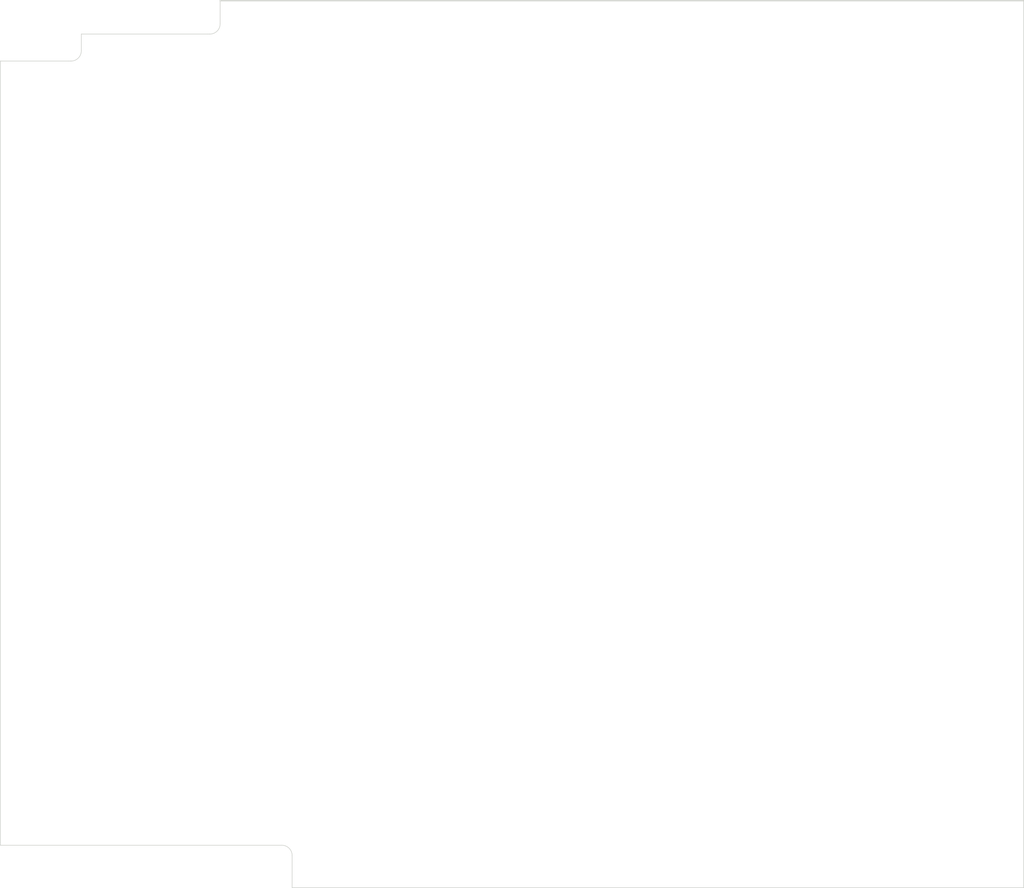
<source format=kicad_pcb>
(kicad_pcb
	(version 20240108)
	(generator "pcbnew")
	(generator_version "8.0")
	(general
		(thickness 1.6)
		(legacy_teardrops no)
	)
	(paper "A4")
	(layers
		(0 "F.Cu" signal)
		(31 "B.Cu" signal)
		(32 "B.Adhes" user "B.Adhesive")
		(33 "F.Adhes" user "F.Adhesive")
		(34 "B.Paste" user)
		(35 "F.Paste" user)
		(36 "B.SilkS" user "B.Silkscreen")
		(37 "F.SilkS" user "F.Silkscreen")
		(38 "B.Mask" user)
		(39 "F.Mask" user)
		(40 "Dwgs.User" user "User.Drawings")
		(41 "Cmts.User" user "User.Comments")
		(42 "Eco1.User" user "User.Eco1")
		(43 "Eco2.User" user "User.Eco2")
		(44 "Edge.Cuts" user)
		(45 "Margin" user)
		(46 "B.CrtYd" user "B.Courtyard")
		(47 "F.CrtYd" user "F.Courtyard")
		(48 "B.Fab" user)
		(49 "F.Fab" user)
		(50 "User.1" user)
		(51 "User.2" user)
		(52 "User.3" user)
		(53 "User.4" user)
		(54 "User.5" user)
		(55 "User.6" user)
		(56 "User.7" user)
		(57 "User.8" user)
		(58 "User.9" user)
	)
	(setup
		(pad_to_mask_clearance 0)
		(allow_soldermask_bridges_in_footprints no)
		(pcbplotparams
			(layerselection 0x00010fc_ffffffff)
			(plot_on_all_layers_selection 0x0000000_00000000)
			(disableapertmacros no)
			(usegerberextensions no)
			(usegerberattributes yes)
			(usegerberadvancedattributes yes)
			(creategerberjobfile yes)
			(dashed_line_dash_ratio 12.000000)
			(dashed_line_gap_ratio 3.000000)
			(svgprecision 4)
			(plotframeref no)
			(viasonmask no)
			(mode 1)
			(useauxorigin no)
			(hpglpennumber 1)
			(hpglpenspeed 20)
			(hpglpendiameter 15.000000)
			(pdf_front_fp_property_popups yes)
			(pdf_back_fp_property_popups yes)
			(dxfpolygonmode yes)
			(dxfimperialunits yes)
			(dxfusepcbnewfont yes)
			(psnegative no)
			(psa4output no)
			(plotreference yes)
			(plotvalue yes)
			(plotfptext yes)
			(plotinvisibletext no)
			(sketchpadsonfab no)
			(subtractmaskfromsilk no)
			(outputformat 1)
			(mirror no)
			(drillshape 1)
			(scaleselection 1)
			(outputdirectory "")
		)
	)
	(net 0 "")
	(gr_arc
		(start 98.3 130.2)
		(mid 98.865685 130.434315)
		(end 99.1 131)
		(stroke
			(width 0.05)
			(type default)
		)
		(layer "Edge.Cuts")
		(uuid "03e5c32e-6e6e-436d-a1ad-5372b2ca859c")
	)
	(gr_arc
		(start 82.7 68.4)
		(mid 82.465685 68.965685)
		(end 81.9 69.2)
		(stroke
			(width 0.05)
			(type default)
		)
		(layer "Edge.Cuts")
		(uuid "0b7e3c8e-da7d-4f8d-8038-2c0292bf3735")
	)
	(gr_line
		(start 156 64.5)
		(end 156 133.5)
		(stroke
			(width 0.05)
			(type default)
		)
		(layer "Edge.Cuts")
		(uuid "14ec9b03-2872-41ff-8784-b6b141efa764")
	)
	(gr_line
		(start 156 133.5)
		(end 99.1 133.5)
		(stroke
			(width 0.05)
			(type default)
		)
		(layer "Edge.Cuts")
		(uuid "1a8b9903-64ca-40e0-9482-c1c572b35e15")
	)
	(gr_line
		(start 82.700003 67.1)
		(end 92.700003 67.1)
		(stroke
			(width 0.05)
			(type default)
		)
		(layer "Edge.Cuts")
		(uuid "24d7e40e-229e-428a-a679-6742460d1c05")
	)
	(gr_line
		(start 82.7 68.4)
		(end 82.7 67.1)
		(stroke
			(width 0.05)
			(type default)
		)
		(layer "Edge.Cuts")
		(uuid "2c7d650c-f606-419d-b23d-2cdb65ed5c57")
	)
	(gr_line
		(start 76.4 130.2)
		(end 76.4 69.2)
		(stroke
			(width 0.05)
			(type default)
		)
		(layer "Edge.Cuts")
		(uuid "40f770b0-d673-4e5a-9358-d420b8654a76")
	)
	(gr_line
		(start 93.500003 66.3)
		(end 93.5 64.5)
		(stroke
			(width 0.05)
			(type default)
		)
		(layer "Edge.Cuts")
		(uuid "54027906-d028-4399-9d47-151b8ae99d3a")
	)
	(gr_arc
		(start 93.500003 66.3)
		(mid 93.265688 66.865685)
		(end 92.700003 67.1)
		(stroke
			(width 0.05)
			(type default)
		)
		(layer "Edge.Cuts")
		(uuid "56f434ca-b2aa-4189-a447-154e33515f69")
	)
	(gr_line
		(start 76.4 69.2)
		(end 81.9 69.2)
		(stroke
			(width 0.05)
			(type default)
		)
		(layer "Edge.Cuts")
		(uuid "8b569542-1cc2-45f0-911b-91572a05b6f7")
	)
	(gr_line
		(start 93.5 64.5)
		(end 156 64.5)
		(stroke
			(width 0.1)
			(type default)
		)
		(layer "Edge.Cuts")
		(uuid "ce05eaea-4016-42a9-9eb4-0c6d659b52b0")
	)
	(gr_line
		(start 99.1 133.5)
		(end 99.1 131)
		(stroke
			(width 0.05)
			(type default)
		)
		(layer "Edge.Cuts")
		(uuid "e7b4ccbe-f73f-4e8d-9114-2df9f524fbd6")
	)
	(gr_line
		(start 98.3 130.2)
		(end 76.4 130.2)
		(stroke
			(width 0.05)
			(type default)
		)
		(layer "Edge.Cuts")
		(uuid "f3731228-bd72-4363-ae49-e587c827d554")
	)
)
</source>
